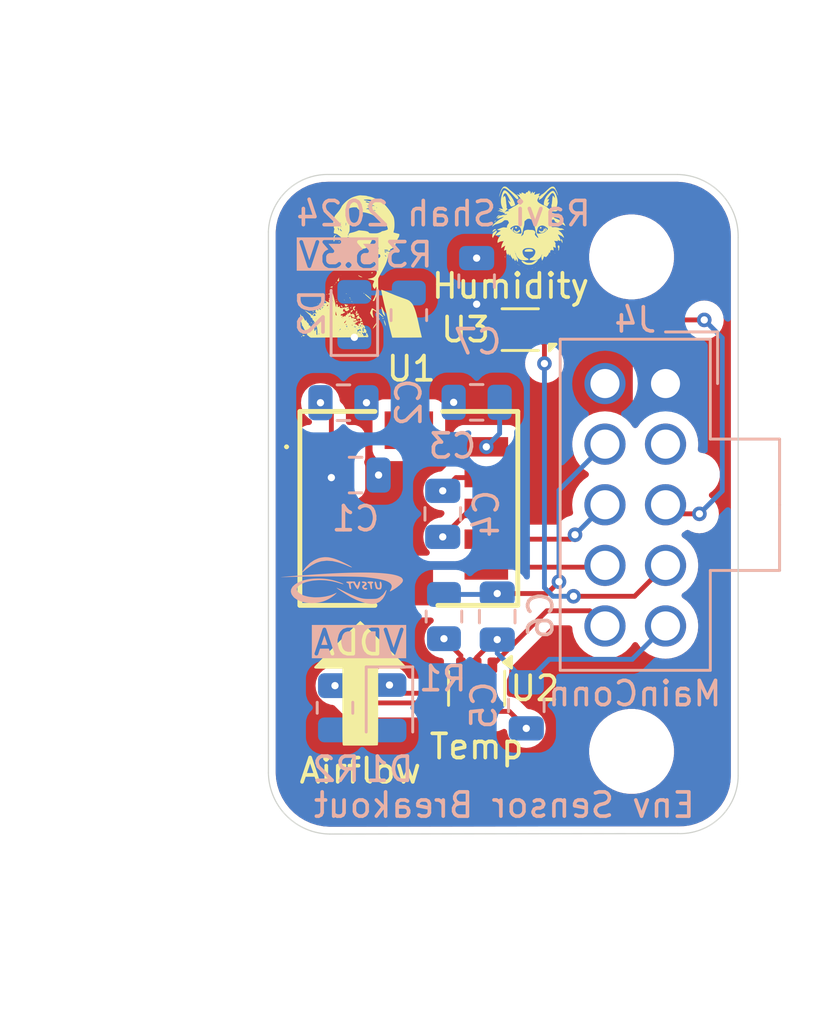
<source format=kicad_pcb>
(kicad_pcb (version 20240108) (generator "pcbnew") (generator_version "8.0")
  (layers (0 "F.Cu" signal) (31 "B.Cu" signal) (34 "B.Paste" user) (35 "F.Paste" user) (36 "B.SilkS" user "B.Silkscreen") (37 "F.SilkS" user "F.Silkscreen") (38 "B.Mask" user) (39 "F.Mask" user) (44 "Edge.Cuts" user))
  (net 0 "")
  (net 1 "+3.3V")
  (net 2 "GND")
  (net 3 "/AFLW_VREG")
  (net 4 "/AFLW_VCM")
  (net 5 "/AFLW_TP1")
  (net 6 "/AFLW_TP2")
  (net 7 "VDDA")
  (net 8 "GNDA")
  (net 9 "/PA1(ADC)")
  (net 10 "Net-(D1-A)")
  (net 11 "Net-(D2-A)")
  (net 12 "/I2C2_SCL")
  (net 13 "/I2C2_SDA")
  (net 14 "/TEMP_OUT")
  (net 19 "/I2C1_SCL")
  (net 20 "/I2C1_SDA")
  (footprint "Package_TO_SOT_SMD:SOT-353_SC-70-5" (layer "F.Cu") (at 120.6 51.2 -90)
    (property "Reference" "U2" (at 0 -2.4 0) (layer "F.SilkS"))
    (property "Value" "LMT87DCK")
    (pad "1" smd roundrect (at -0.95 -0.65 270) (size 0.65 0.4) (layers "F.Cu" "F.Paste" "F.Mask") (net 7 "VDDA"))
    (pad "2" smd roundrect (at -0.95 0 270) (size 0.65 0.4) (layers "F.Cu" "F.Paste" "F.Mask") (net 8 "GNDA"))
    (pad "3" smd roundrect (at -0.95 0.65 270) (size 0.65 0.4) (layers "F.Cu" "F.Paste" "F.Mask") (net 14 "/TEMP_OUT"))
    (pad "4" smd roundrect (at 0.95 0.65 270) (size 0.65 0.4) (layers "F.Cu" "F.Paste" "F.Mask") (net 7 "VDDA"))
    (pad "5" smd roundrect (at 0.95 -0.65 270) (size 0.65 0.4) (layers "F.Cu" "F.Paste" "F.Mask") (net 7 "VDDA"))
  )
  (footprint "MountingHole:MountingHole_3mm" (layer "F.Cu") (at 127 33.4)
    (property "Reference" "H2")
    (property "Value" "M3")
    (pad "" np_thru_hole circle (at 0 0) (size 3 3) (drill 3) (layers "*.Cu" "*.Mask"))
  )
  (footprint "Sensor_Humidity:Sensirion_DFN-4_1.5x1.5mm_P0.8mm_SHT4x_NoCentralPad" (layer "F.Cu") (at 122.4 36.4 180)
    (property "Reference" "U3" (at 2.2575 0 0) (layer "F.SilkS"))
    (property "Value" "SHT45")
    (pad "1" smd rect (at -0.7 -0.4 180) (size 0.5 0.3) (layers "F.Cu" "F.Paste" "F.Mask") (net 20 "/I2C1_SDA"))
    (pad "2" smd rect (at -0.7 0.4 180) (size 0.5 0.3) (layers "F.Cu" "F.Paste" "F.Mask") (net 19 "/I2C1_SCL"))
    (pad "3" smd rect (at 0.7 0.4 180) (size 0.5 0.3) (layers "F.Cu" "F.Paste" "F.Mask") (net 1 "+3.3V"))
    (pad "4" smd rect (at 0.7 -0.4 180) (size 0.5 0.3) (layers "F.Cu" "F.Paste" "F.Mask") (net 2 "GND"))
    (zone (net 0) (net_name "") (layer "F.Cu") (connect_pads (clearance 0)) (min_thickness 0.254)
      (keepout (tracks not_allowed) (vias not_allowed) (pads allowed) (copperpour not_allowed) (footprints allowed))
      (fill (thermal_gap 0.508) (thermal_bridge_width 0.508))
      (polygon (pts (xy 121.65 36.95) (xy 121.95 36.95) (xy 121.95 36.65) (xy 121.65 36.65) (xy 121.65 36.15) (xy 121.95 36.15) (xy 121.95 35.85) (xy 121.65 35.85) (xy 121.65 35.65) (xy 123.15 35.65) (xy 123.15 35.85) (xy 122.85 35.85) (xy 122.85 36.15) (xy 123.15 36.15) (xy 123.15 36.65) (xy 122.85 36.65) (xy 122.85 36.95) (xy 123.15 36.95) (xy 123.15 37.15) (xy 121.65 37.15)))
    )
  )
  (footprint "SamacSys_Parts:FS30001005" (layer "F.Cu") (at 117.8 43.775)
    (property "Reference" "U1" (at 0.1 -5.76 180) (layer "F.SilkS") (effects (font (thickness 0.153))))
    (property "Value" "FS3000-1005" (hide yes))
    (pad "1" smd rect (at -3.2 -2.54 90) (size 0.8 1.8) (layers "F.Cu" "F.Paste" "F.Mask") (net 3 "/AFLW_VREG"))
    (pad "2" smd rect (at -3.2 -1.27 90) (size 0.8 1.8) (layers "F.Cu" "F.Paste" "F.Mask") (net 1 "+3.3V"))
    (pad "3" smd rect (at -3.05 0 90) (size 0.8 2.1) (layers "F.Cu" "F.Paste" "F.Mask") (net 2 "GND"))
    (pad "4" smd rect (at -3.2 1.27 90) (size 0.8 1.8) (layers "F.Cu" "F.Paste" "F.Mask"))
    (pad "5" smd rect (at -3.2 2.54 90) (size 0.8 1.8) (layers "F.Cu" "F.Paste" "F.Mask"))
    (pad "6" smd rect (at 3.2 2.54 90) (size 0.8 1.8) (layers "F.Cu" "F.Paste" "F.Mask") (net 13 "/I2C2_SDA"))
    (pad "7" smd rect (at 3.2 1.27 90) (size 0.8 1.8) (layers "F.Cu" "F.Paste" "F.Mask") (net 12 "/I2C2_SCL"))
    (pad "8" smd rect (at 3.2 0 90) (size 0.8 1.8) (layers "F.Cu" "F.Paste" "F.Mask") (net 5 "/AFLW_TP1"))
    (pad "9" smd rect (at 3.2 -1.27 90) (size 0.8 1.8) (layers "F.Cu" "F.Paste" "F.Mask") (net 6 "/AFLW_TP2"))
    (pad "10" smd rect (at 3.2 -2.54 90) (size 0.8 1.8) (layers "F.Cu" "F.Paste" "F.Mask") (net 4 "/AFLW_VCM"))
    (pad "MP1" smd rect (at 0 -3.225 90) (size 1.55 2) (layers "F.Cu" "F.Paste" "F.Mask"))
    (pad "MP2" smd rect (at 0 3.225 90) (size 1.55 2) (layers "F.Cu" "F.Paste" "F.Mask"))
  )
  (footprint "MountingHole:MountingHole_3mm" (layer "F.Cu") (at 127 53.8)
    (property "Reference" "H1")
    (property "Value" "M3")
    (pad "" np_thru_hole circle (at 0 0) (size 3 3) (drill 3) (layers "*.Cu" "*.Mask"))
  )
  (footprint "images:arrow" (layer "F.Cu") (at 115.8 51 180)
    (property "Reference" "LOGO1")
    (property "Value" "Arrow" (hide yes))
  )
  (footprint "LOGO" (layer "F.Cu") (at 122.8 32.2)
    (property "Reference" "G***")
    (property "Value" "LOGO" (hide yes))
  )
  (footprint "LOGO" (layer "F.Cu") (at 115.8 33.8)
    (property "Reference" "G***")
    (property "Value" "LOGO" (hide yes))
  )
  (footprint "images:utsvt_small" (layer "B.Cu") (at 115 46.8 180)
    (property "Reference" "LOGO3")
    (property "Value" "UTSVT Logo" (hide yes))
  )
  (footprint "Capacitor_SMD:C_0805_2012Metric" (layer "B.Cu") (at 122.65 51.9 90)
    (property "Reference" "C5" (at 0 -1.75 90) (layer "B.SilkS") (effects (justify mirror)))
    (property "Value" "0.1uF")
    (pad "1" smd roundrect (at -0.95 0 90) (size 1 1.45) (layers "B.Cu" "B.Paste" "B.Mask") (net 7 "VDDA"))
    (pad "2" smd roundrect (at 0.95 0 90) (size 1 1.45) (layers "B.Cu" "B.Paste" "B.Mask") (net 8 "GNDA"))
  )
  (footprint "Capacitor_SMD:C_0805_2012Metric" (layer "B.Cu") (at 115.1 39.415)
    (property "Reference" "C2" (at 2.7 -0.015 -90) (layer "B.SilkS") (effects (justify mirror)))
    (property "Value" "0.1uF")
    (pad "1" smd roundrect (at -0.95 0) (size 1 1.45) (layers "B.Cu" "B.Paste" "B.Mask") (net 3 "/AFLW_VREG"))
    (pad "2" smd roundrect (at 0.95 0) (size 1 1.45) (layers "B.Cu" "B.Paste" "B.Mask") (net 2 "GND"))
  )
  (footprint "Capacitor_SMD:C_0805_2012Metric" (layer "B.Cu") (at 115.6 42.4)
    (property "Reference" "C1" (at 0 1.8 180) (layer "B.SilkS") (effects (justify mirror)))
    (property "Value" "0.1uF")
    (pad "1" smd roundrect (at -0.95 0) (size 1 1.45) (layers "B.Cu" "B.Paste" "B.Mask") (net 1 "+3.3V"))
    (pad "2" smd roundrect (at 0.95 0) (size 1 1.45) (layers "B.Cu" "B.Paste" "B.Mask") (net 2 "GND"))
  )
  (footprint "Resistor_SMD:R_0805_2012Metric" (layer "B.Cu") (at 117.8 35.8 90)
    (property "Reference" "R3" (at 2.4875 0 0) (layer "B.SilkS") (effects (justify mirror)))
    (property "Value" "2.2k")
    (pad "1" smd roundrect (at -0.9125 0 90) (size 1.025 1.4) (layers "B.Cu" "B.Paste" "B.Mask") (roundrect_rratio 0.243902) (net 1 "+3.3V"))
    (pad "2" smd roundrect (at 0.9125 0 90) (size 1.025 1.4) (layers "B.Cu" "B.Paste" "B.Mask") (roundrect_rratio 0.243902) (net 11 "Net-(D2-A)"))
  )
  (footprint "LED_SMD:LED_0805_2012Metric" (layer "B.Cu") (at 117 52 -90)
    (property "Reference" "D1" (at 2.5375 0 0) (layer "B.SilkS") (effects (justify mirror)))
    (property "Value" "VDDA")
    (pad "1" smd roundrect (at -0.9375 0 270) (size 0.975 1.4) (layers "B.Cu" "B.Paste" "B.Mask") (net 8 "GNDA"))
    (pad "2" smd roundrect (at 0.9375 0 270) (size 0.975 1.4) (layers "B.Cu" "B.Paste" "B.Mask") (net 10 "Net-(D1-A)"))
  )
  (footprint "Resistor_SMD:R_0805_2012Metric" (layer "B.Cu") (at 119.25 48.2375 90)
    (property "Reference" "R1" (at -2.5625 -0.05 180) (layer "B.SilkS") (effects (justify mirror)))
    (property "Value" "1k")
    (pad "1" smd roundrect (at -0.9125 0 90) (size 1.025 1.4) (layers "B.Cu" "B.Paste" "B.Mask") (roundrect_rratio 0.243902) (net 14 "/TEMP_OUT"))
    (pad "2" smd roundrect (at 0.9125 0 90) (size 1.025 1.4) (layers "B.Cu" "B.Paste" "B.Mask") (roundrect_rratio 0.243902) (net 9 "/PA1(ADC)"))
  )
  (footprint "Connector_Molex:Molex_Nano-Fit_105310-xx10_2x05_P2.50mm_Vertical" (layer "B.Cu") (at 128.4 38.625 180)
    (property "Reference" "J4" (at 1.25 2.625 0) (layer "B.SilkS") (effects (justify mirror)))
    (property "Value" "Breakout Connector")
    (pad "" np_thru_hole circle (at -1.34 -3.75 180) (size 1.3 1.3) (drill 1.3) (layers "*.Cu" "*.Mask"))
    (pad "1" thru_hole roundrect (at 0 0 180) (size 1.7 1.7) (drill 1.2) (layers "*.Cu" "*.Mask") (roundrect_rratio 0.147059) (net 1 "+3.3V"))
    (pad "2" thru_hole circle (at 0 -2.5 180) (size 1.7 1.7) (drill 1.2) (layers "*.Cu" "*.Mask"))
    (pad "3" thru_hole circle (at 0 -5 180) (size 1.7 1.7) (drill 1.2) (layers "*.Cu" "*.Mask") (net 19 "/I2C1_SCL"))
    (pad "4" thru_hole circle (at 0 -7.5 180) (size 1.7 1.7) (drill 1.2) (layers "*.Cu" "*.Mask") (net 20 "/I2C1_SDA"))
    (pad "5" thru_hole circle (at 0 -10 180) (size 1.7 1.7) (drill 1.2) (layers "*.Cu" "*.Mask") (net 8 "GNDA"))
    (pad "6" thru_hole circle (at 2.5 0 180) (size 1.7 1.7) (drill 1.2) (layers "*.Cu" "*.Mask") (net 2 "GND"))
    (pad "7" thru_hole circle (at 2.5 -2.5 180) (size 1.7 1.7) (drill 1.2) (layers "*.Cu" "*.Mask") (net 9 "/PA1(ADC)"))
    (pad "8" thru_hole circle (at 2.5 -5 180) (size 1.7 1.7) (drill 1.2) (layers "*.Cu" "*.Mask") (net 12 "/I2C2_SCL"))
    (pad "9" thru_hole circle (at 2.5 -7.5 180) (size 1.7 1.7) (drill 1.2) (layers "*.Cu" "*.Mask") (net 13 "/I2C2_SDA"))
    (pad "10" thru_hole circle (at 2.5 -10 180) (size 1.7 1.7) (drill 1.2) (layers "*.Cu" "*.Mask") (net 7 "VDDA"))
  )
  (footprint "Capacitor_SMD:C_0805_2012Metric" (layer "B.Cu") (at 119.2 44 90)
    (property "Reference" "C4" (at 0 1.8 90) (layer "B.SilkS") (effects (justify mirror)))
    (property "Value" "0.1uF")
    (pad "1" smd roundrect (at -0.95 0 90) (size 1 1.45) (layers "B.Cu" "B.Paste" "B.Mask") (net 5 "/AFLW_TP1"))
    (pad "2" smd roundrect (at 0.95 0 90) (size 1 1.45) (layers "B.Cu" "B.Paste" "B.Mask") (net 6 "/AFLW_TP2"))
  )
  (footprint "Capacitor_SMD:C_0805_2012Metric" (layer "B.Cu") (at 120.6 39.4 180)
    (property "Reference" "C3" (at 1 -1.8 0) (layer "B.SilkS") (effects (justify mirror)))
    (property "Value" "1uF")
    (pad "1" smd roundrect (at -0.95 0 180) (size 1 1.45) (layers "B.Cu" "B.Paste" "B.Mask") (net 4 "/AFLW_VCM"))
    (pad "2" smd roundrect (at 0.95 0 180) (size 1 1.45) (layers "B.Cu" "B.Paste" "B.Mask") (net 2 "GND"))
  )
  (footprint "Capacitor_SMD:C_0805_2012Metric" (layer "B.Cu") (at 121.45 48.2375 -90)
    (property "Reference" "C6" (at -0.05 -1.8 90) (layer "B.SilkS") (effects (justify mirror)))
    (property "Value" "1uF")
    (pad "1" smd roundrect (at -0.95 0 270) (size 1 1.45) (layers "B.Cu" "B.Paste" "B.Mask") (net 9 "/PA1(ADC)"))
    (pad "2" smd roundrect (at 0.95 0 270) (size 1 1.45) (layers "B.Cu" "B.Paste" "B.Mask") (net 8 "GNDA"))
  )
  (footprint "Capacitor_SMD:C_0805_2012Metric" (layer "B.Cu") (at 120.6 34.4 90)
    (property "Reference" "C7" (at -2.5 0.0425 360) (layer "B.SilkS") (effects (justify mirror)))
    (property "Value" "0.1uF")
    (pad "1" smd roundrect (at -0.95 0 90) (size 1 1.45) (layers "B.Cu" "B.Paste" "B.Mask") (net 1 "+3.3V"))
    (pad "2" smd roundrect (at 0.95 0 90) (size 1 1.45) (layers "B.Cu" "B.Paste" "B.Mask") (net 2 "GND"))
  )
  (footprint "Resistor_SMD:R_0805_2012Metric" (layer "B.Cu") (at 114.75 52 -90)
    (property "Reference" "R2" (at 2.5375 -0.05 180) (layer "B.SilkS") (effects (justify mirror)))
    (property "Value" "2.2k")
    (pad "1" smd roundrect (at -0.9125 0 270) (size 1.025 1.4) (layers "B.Cu" "B.Paste" "B.Mask") (roundrect_rratio 0.243902) (net 7 "VDDA"))
    (pad "2" smd roundrect (at 0.9125 0 270) (size 1.025 1.4) (layers "B.Cu" "B.Paste" "B.Mask") (roundrect_rratio 0.243902) (net 10 "Net-(D1-A)"))
  )
  (footprint "LED_SMD:LED_0805_2012Metric" (layer "B.Cu") (at 115.55 35.78 90)
    (property "Reference" "D2" (at 0.0675 -1.75 -90) (layer "B.SilkS") (effects (justify mirror)))
    (property "Value" "3.3V")
    (pad "1" smd roundrect (at -0.9375 0 90) (size 0.975 1.4) (layers "B.Cu" "B.Paste" "B.Mask") (net 2 "GND"))
    (pad "2" smd roundrect (at 0.9375 0 90) (size 0.975 1.4) (layers "B.Cu" "B.Paste" "B.Mask") (net 11 "Net-(D2-A)"))
  )
  (gr_arc (start 128.9 30) (mid 130.688817 30.782199) (end 131.4 32.600418) (stroke (width 0.05)) (layer "Edge.Cuts"))
  (gr_line (start 131.4 32.600418) (end 131.4 54.8) (stroke (width 0.05)) (layer "Edge.Cuts"))
  (gr_line (start 112 54.682218) (end 112 32.369812) (stroke (width 0.05)) (layer "Edge.Cuts"))
  (gr_arc (start 112 32.369812) (mid 112.761481 30.669549) (end 114.5 30) (stroke (width 0.05)) (layer "Edge.Cuts"))
  (gr_line (start 128.9 57.191107) (end 114.53575 57.208892) (stroke (width 0.05)) (layer "Edge.Cuts"))
  (gr_line (start 114.5 30) (end 128.9 30) (stroke (width 0.05)) (layer "Edge.Cuts"))
  (gr_arc (start 114.53575 57.208891) (mid 112.75364 56.461637) (end 112 54.682218) (stroke (width 0.05)) (layer "Edge.Cuts"))
  (gr_arc (start 131.399999 54.8) (mid 130.65627 56.524781) (end 128.900012 57.190785) (stroke (width 0.05)) (layer "Edge.Cuts"))
  (gr_text "Env Sensor Breakout" (at 129.70002 56.6 0) (layer "B.SilkS") (effects (font (size 1 1)) (justify left bottom mirror)))
  (gr_text "VDDA" (at 117.7 49.9 0) (layer "B.SilkS" knockout) (effects (font (size 1 1) (thickness 0.153)) (justify left bottom mirror)))
  (gr_text "3.3V" (at 116.6 33.9125 0) (layer "B.SilkS" knockout) (effects (font (size 1 1) (thickness 0.153)) (justify left bottom mirror)))
  (gr_text "MainConn" (at 130.8 52 0) (layer "B.SilkS") (effects (font (size 1 1)) (justify left bottom mirror)))
  (gr_text "Ravi Shah 2024" (at 125.4 32.2 0) (layer "B.SilkS") (effects (font (size 1 1)) (justify left bottom mirror)))
  (gr_text "Airflow" (at 115.79453 54.6 0) (layer "F.SilkS") (effects (font (size 1 1) (thickness 0.153))))
  (gr_text "Temp" (at 120.6 53.6 0) (layer "F.SilkS") (effects (font (size 1 1) (thickness 0.153))))
  (gr_text "Humidity" (at 122 34.6 0) (layer "F.SilkS") (effects (font (size 1 1) (thickness 0.153))))
  (segment (start 121.25 36) (end 120.6 35.35) (width 0.2) (layer "F.Cu") (net 1))
  (segment (start 121.7 36) (end 121.25 36) (width 0.2) (layer "F.Cu") (net 1))
  (via (at 114.6 42.505) (size 0.6) (drill 0.3) (layers "F.Cu" "B.Cu") (net 1))
  (via (at 120.6 35.35) (size 0.6) (drill 0.3) (layers "F.Cu" "B.Cu") (net 1))
  (via (at 119.65 39.4) (size 0.6) (drill 0.3) (layers "F.Cu" "B.Cu") (net 2))
  (via (at 120.6 33.45) (size 0.6) (drill 0.3) (layers "F.Cu" "B.Cu") (net 2))
  (via (at 116.05 39.415) (size 0.6) (drill 0.3) (layers "F.Cu" "B.Cu") (net 2))
  (via (at 115.55 36.7175) (size 0.6) (drill 0.3) (layers "F.Cu" "B.Cu") (net 2))
  (via (at 116.55 42.4) (size 0.6) (drill 0.3) (layers "F.Cu" "B.Cu") (net 2))
  (segment (start 114.6 39.865) (end 114.15 39.415) (width 0.2) (layer "F.Cu") (net 3))
  (segment (start 114.6 41.235) (end 114.6 39.865) (width 0.2) (layer "F.Cu") (net 3))
  (via (at 114.15 39.415) (size 0.6) (drill 0.3) (layers "F.Cu" "B.Cu") (net 3))
  (via (at 121 41.235) (size 0.6) (drill 0.3) (layers "F.Cu" "B.Cu") (net 4))
  (segment (start 121.55 40.685) (end 121 41.235) (width 0.2) (layer "B.Cu") (net 4))
  (segment (start 121.55 39.4) (end 121.55 40.685) (width 0.2) (layer "B.Cu") (net 4))
  (segment (start 120.375 43.775) (end 119.2 44.95) (width 0.2) (layer "F.Cu") (net 5))
  (segment (start 121 43.775) (end 120.375 43.775) (width 0.2) (layer "F.Cu") (net 5))
  (via (at 119.2 44.95) (size 0.6) (drill 0.3) (layers "F.Cu" "B.Cu") (net 5))
  (segment (start 121 42.505) (end 119.745 42.505) (width 0.2) (layer "F.Cu") (net 6))
  (segment (start 119.745 42.505) (end 119.2 43.05) (width 0.2) (layer "F.Cu") (net 6))
  (via (at 119.2 43.05) (size 0.6) (drill 0.3) (layers "F.Cu" "B.Cu") (net 6))
  (segment (start 121.25 52.15) (end 121.95 52.15) (width 0.2) (layer "F.Cu") (net 7))
  (segment (start 115.4625 51.8) (end 114.75 51.0875) (width 0.2) (layer "F.Cu") (net 7))
  (segment (start 123.5 48) (end 125.275 48) (width 0.2) (layer "F.Cu") (net 7))
  (segment (start 119.95 52.15) (end 121.25 52.15) (width 0.2) (layer "F.Cu") (net 7))
  (segment (start 121.25 50.25) (end 123.5 48) (width 0.2) (layer "F.Cu") (net 7))
  (segment (start 121.95 52.15) (end 122.65 52.85) (width 0.2) (layer "F.Cu") (net 7))
  (segment (start 121.25 52.15) (end 121.25 50.25) (width 0.2) (layer "F.Cu") (net 7))
  (segment (start 125.275 48) (end 125.9 48.625) (width 0.2) (layer "F.Cu") (net 7))
  (segment (start 119.95 52.15) (end 119.6 51.8) (width 0.2) (layer "F.Cu") (net 7))
  (segment (start 119.6 51.8) (end 115.4625 51.8) (width 0.2) (layer "F.Cu") (net 7))
  (via (at 114.75 51.0875) (size 0.6) (drill 0.3) (layers "F.Cu" "B.Cu") (net 7))
  (via (at 122.65 52.85) (size 0.6) (drill 0.3) (layers "F.Cu" "B.Cu") (net 7))
  (segment (start 119.806544 51.4) (end 117.3375 51.4) (width 0.2) (layer "F.Cu") (net 8))
  (segment (start 120.6 49.925001) (end 121.337501 49.1875) (width 0.2) (layer "F.Cu") (net 8))
  (segment (start 120.6 50.25) (end 120.6 50.606544) (width 0.2) (layer "F.Cu") (net 8))
  (segment (start 120.6 50.606544) (end 119.806544 51.4) (width 0.2) (layer "F.Cu") (net 8))
  (segment (start 117.3375 51.4) (end 117 51.0625) (width 0.2) (layer "F.Cu") (net 8))
  (segment (start 120.6 50.25) (end 120.6 49.925001) (width 0.2) (layer "F.Cu") (net 8))
  (via (at 117 51.0625) (size 0.6) (drill 0.3) (layers "F.Cu" "B.Cu") (net 8))
  (via (at 121.45 49.1875) (size 0.6) (drill 0.3) (layers "F.Cu" "B.Cu") (net 8))
  (segment (start 127.025 50) (end 128.4 48.625) (width 0.2) (layer "B.Cu") (net 8))
  (segment (start 122.65 50.95) (end 123.6 50) (width 0.2) (layer "B.Cu") (net 8))
  (segment (start 121.45 49.75) (end 121.45 49.1875) (width 0.2) (layer "B.Cu") (net 8))
  (segment (start 123.6 50) (end 127.025 50) (width 0.2) (layer "B.Cu") (net 8))
  (segment (start 122.65 50.95) (end 121.45 49.75) (width 0.2) (layer "B.Cu") (net 8))
  (segment (start 124 46.8) (end 123.5125 47.2875) (width 0.2) (layer "F.Cu") (net 9))
  (segment (start 123.5125 47.2875) (end 121.45 47.2875) (width 0.2) (layer "F.Cu") (net 9))
  (via (at 121.45 47.2875) (size 0.6) (drill 0.3) (layers "F.Cu" "B.Cu") (net 9))
  (via (at 124 46.8) (size 0.6) (drill 0.3) (layers "F.Cu" "B.Cu") (net 9))
  (segment (start 119.25 47.325) (end 121.4125 47.325) (width 0.2) (layer "B.Cu") (net 9))
  (segment (start 124 46.8) (end 124 43.025) (width 0.2) (layer "B.Cu") (net 9))
  (segment (start 121.4125 47.325) (end 121.45 47.2875) (width 0.2) (layer "B.Cu") (net 9))
  (segment (start 124 43.025) (end 125.9 41.125) (width 0.2) (layer "B.Cu") (net 9))
  (segment (start 114.775 52.9375) (end 114.75 52.9125) (width 0.2) (layer "B.Cu") (net 10))
  (segment (start 117 52.9375) (end 114.775 52.9375) (width 0.2) (layer "B.Cu") (net 10))
  (segment (start 115.595 34.8875) (end 115.55 34.8425) (width 0.2) (layer "B.Cu") (net 11))
  (segment (start 117.8 34.8875) (end 115.595 34.8875) (width 0.2) (layer "B.Cu") (net 11))
  (segment (start 124.48 45.045) (end 121 45.045) (width 0.2) (layer "F.Cu") (net 12))
  (segment (start 124.6625 44.8625) (end 124.48 45.045) (width 0.2) (layer "F.Cu") (net 12))
  (via (at 124.6625 44.8625) (size 0.6) (drill 0.3) (layers "F.Cu" "B.Cu") (net 12))
  (segment (start 124.6625 44.8625) (end 125.9 43.625) (width 0.2) (layer "B.Cu") (net 12))
  (segment (start 121.115 46.2) (end 121 46.315) (width 0.2) (layer "F.Cu") (net 13))
  (segment (start 125.825 46.2) (end 121.115 46.2) (width 0.2) (layer "F.Cu") (net 13))
  (segment (start 125.9 46.125) (end 125.825 46.2) (width 0.2) (layer "F.Cu") (net 13))
  (segment (start 119.95 50.25) (end 119.95 49.85) (width 0.2) (layer "F.Cu") (net 14))
  (segment (start 119.95 49.85) (end 119.25 49.15) (width 0.2) (layer "F.Cu") (net 14))
  (via (at 119.25 49.15) (size 0.6) (drill 0.3) (layers "F.Cu" "B.Cu") (net 14))
  (segment (start 129.8 44) (end 128.775 44) (width 0.2) (layer "F.Cu") (net 19))
  (segment (start 123.1 36) (end 130 36) (width 0.2) (layer "F.Cu") (net 19))
  (segment (start 128.775 44) (end 128.4 43.625) (width 0.2) (layer "F.Cu") (net 19))
  (via (at 130 36) (size 0.6) (drill 0.3) (layers "F.Cu" "B.Cu") (net 19))
  (via (at 129.8 44) (size 0.6) (drill 0.3) (layers "F.Cu" "B.Cu") (net 19))
  (segment (start 130 36) (end 130.744 36.744) (width 0.2) (layer "B.Cu") (net 19))
  (segment (start 130.744 43.056) (end 129.8 44) (width 0.2) (layer "B.Cu") (net 19))
  (segment (start 130.744 36.744) (end 130.744 43.056) (width 0.2) (layer "B.Cu") (net 19))
  (segment (start 123.4 37) (end 123.2 36.8) (width 0.2) (layer "F.Cu") (net 20))
  (segment (start 123.4 37.8) (end 123.4 37) (width 0.2) (layer "F.Cu") (net 20))
  (segment (start 123.2 36.8) (end 123.1 36.8) (width 0.2) (layer "F.Cu") (net 20))
  (segment (start 127.125 47.4) (end 128.4 46.125) (width 0.2) (layer "F.Cu") (net 20))
  (segment (start 124.6 47.4) (end 127.125 47.4) (width 0.2) (layer "F.Cu") (net 20))
  (via (at 123.4 37.8) (size 0.6) (drill 0.3) (layers "F.Cu" "B.Cu") (net 20))
  (via (at 124.6 47.4) (size 0.6) (drill 0.3) (layers "F.Cu" "B.Cu") (net 20))
  (segment (start 123.4 37.8) (end 123.4 47.048529) (width 0.2) (layer "B.Cu") (net 20))
  (segment (start 123.751471 47.4) (end 124.6 47.4) (width 0.2) (layer "B.Cu") (net 20))
  (segment (start 123.4 47.048529) (end 123.751471 47.4) (width 0.2) (layer "B.Cu") (net 20))
  (zone (net 2) (net_name "GND") (layer "F.Cu") (connect_pads yes (clearance 0.5)) (min_thickness 0.25) (fill yes (thermal_gap 0.5) (thermal_bridge_width 0.5))
    (polygon (pts (xy 111.9 29.9) (xy 131.4 29.9) (xy 131.4 57.35) (xy 111.9 57.35)))
  )
  (zone (net 1) (net_name "+3.3V") (layer "B.Cu") (priority 2) (connect_pads yes (clearance 0.5)) (min_thickness 0.25) (fill yes (thermal_gap 0.5) (thermal_bridge_width 0.5))
    (polygon (pts (xy 111.9 29.9) (xy 131.4 29.9) (xy 131.4 57.35) (xy 111.9 57.35)))
  )
)
</source>
